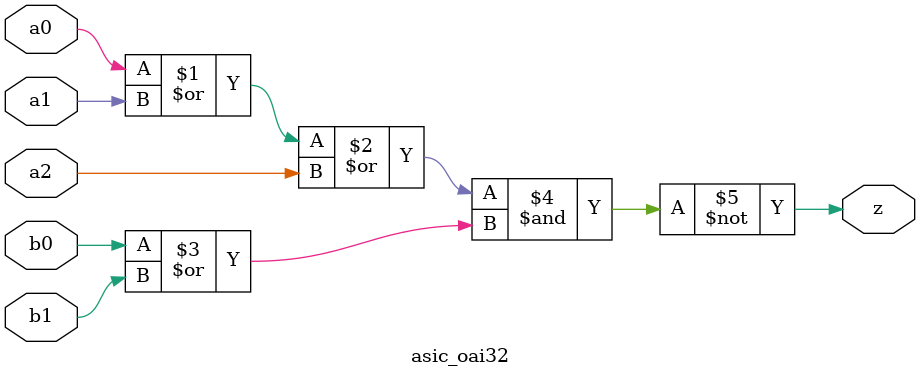
<source format=v>


module asic_oai32 #(parameter PROP = "DEFAULT")   (
    input  a0,
    input  a1,
    input  a2,
    input  b0,
    input  b1,
    output z
    );

   assign z = ~((a0 | a1 | a2) & (b0 | b1));

endmodule

</source>
